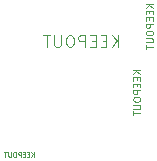
<source format=gbr>
%TF.GenerationSoftware,KiCad,Pcbnew,8.0.1*%
%TF.CreationDate,2024-07-17T12:18:51+09:00*%
%TF.ProjectId,Avi_73J_ParaBoard_v2,4176695f-3733-44a5-9f50-617261426f61,rev?*%
%TF.SameCoordinates,Original*%
%TF.FileFunction,Other,Comment*%
%FSLAX46Y46*%
G04 Gerber Fmt 4.6, Leading zero omitted, Abs format (unit mm)*
G04 Created by KiCad (PCBNEW 8.0.1) date 2024-07-17 12:18:51*
%MOMM*%
%LPD*%
G01*
G04 APERTURE LIST*
%ADD10C,0.090000*%
%ADD11C,0.060000*%
%ADD12C,0.100000*%
G04 APERTURE END LIST*
D10*
X168272891Y-117842858D02*
X167672891Y-117842858D01*
X168272891Y-118185715D02*
X167930034Y-117928572D01*
X167672891Y-118185715D02*
X168015748Y-117842858D01*
X167958605Y-118442858D02*
X167958605Y-118642858D01*
X168272891Y-118728572D02*
X168272891Y-118442858D01*
X168272891Y-118442858D02*
X167672891Y-118442858D01*
X167672891Y-118442858D02*
X167672891Y-118728572D01*
X167958605Y-118985715D02*
X167958605Y-119185715D01*
X168272891Y-119271429D02*
X168272891Y-118985715D01*
X168272891Y-118985715D02*
X167672891Y-118985715D01*
X167672891Y-118985715D02*
X167672891Y-119271429D01*
X168272891Y-119528572D02*
X167672891Y-119528572D01*
X167672891Y-119528572D02*
X167672891Y-119757143D01*
X167672891Y-119757143D02*
X167701462Y-119814286D01*
X167701462Y-119814286D02*
X167730034Y-119842857D01*
X167730034Y-119842857D02*
X167787177Y-119871429D01*
X167787177Y-119871429D02*
X167872891Y-119871429D01*
X167872891Y-119871429D02*
X167930034Y-119842857D01*
X167930034Y-119842857D02*
X167958605Y-119814286D01*
X167958605Y-119814286D02*
X167987177Y-119757143D01*
X167987177Y-119757143D02*
X167987177Y-119528572D01*
X167672891Y-120242857D02*
X167672891Y-120357143D01*
X167672891Y-120357143D02*
X167701462Y-120414286D01*
X167701462Y-120414286D02*
X167758605Y-120471429D01*
X167758605Y-120471429D02*
X167872891Y-120500000D01*
X167872891Y-120500000D02*
X168072891Y-120500000D01*
X168072891Y-120500000D02*
X168187177Y-120471429D01*
X168187177Y-120471429D02*
X168244320Y-120414286D01*
X168244320Y-120414286D02*
X168272891Y-120357143D01*
X168272891Y-120357143D02*
X168272891Y-120242857D01*
X168272891Y-120242857D02*
X168244320Y-120185715D01*
X168244320Y-120185715D02*
X168187177Y-120128572D01*
X168187177Y-120128572D02*
X168072891Y-120100000D01*
X168072891Y-120100000D02*
X167872891Y-120100000D01*
X167872891Y-120100000D02*
X167758605Y-120128572D01*
X167758605Y-120128572D02*
X167701462Y-120185715D01*
X167701462Y-120185715D02*
X167672891Y-120242857D01*
X167672891Y-120757143D02*
X168158605Y-120757143D01*
X168158605Y-120757143D02*
X168215748Y-120785714D01*
X168215748Y-120785714D02*
X168244320Y-120814286D01*
X168244320Y-120814286D02*
X168272891Y-120871428D01*
X168272891Y-120871428D02*
X168272891Y-120985714D01*
X168272891Y-120985714D02*
X168244320Y-121042857D01*
X168244320Y-121042857D02*
X168215748Y-121071428D01*
X168215748Y-121071428D02*
X168158605Y-121100000D01*
X168158605Y-121100000D02*
X167672891Y-121100000D01*
X167672891Y-121299999D02*
X167672891Y-121642857D01*
X168272891Y-121471428D02*
X167672891Y-121471428D01*
D11*
X159263095Y-125156927D02*
X159263095Y-124756927D01*
X159034524Y-125156927D02*
X159205953Y-124928356D01*
X159034524Y-124756927D02*
X159263095Y-124985499D01*
X158863095Y-124947403D02*
X158729762Y-124947403D01*
X158672619Y-125156927D02*
X158863095Y-125156927D01*
X158863095Y-125156927D02*
X158863095Y-124756927D01*
X158863095Y-124756927D02*
X158672619Y-124756927D01*
X158501190Y-124947403D02*
X158367857Y-124947403D01*
X158310714Y-125156927D02*
X158501190Y-125156927D01*
X158501190Y-125156927D02*
X158501190Y-124756927D01*
X158501190Y-124756927D02*
X158310714Y-124756927D01*
X158139285Y-125156927D02*
X158139285Y-124756927D01*
X158139285Y-124756927D02*
X157986904Y-124756927D01*
X157986904Y-124756927D02*
X157948809Y-124775975D01*
X157948809Y-124775975D02*
X157929762Y-124795022D01*
X157929762Y-124795022D02*
X157910714Y-124833118D01*
X157910714Y-124833118D02*
X157910714Y-124890260D01*
X157910714Y-124890260D02*
X157929762Y-124928356D01*
X157929762Y-124928356D02*
X157948809Y-124947403D01*
X157948809Y-124947403D02*
X157986904Y-124966451D01*
X157986904Y-124966451D02*
X158139285Y-124966451D01*
X157663095Y-124756927D02*
X157586904Y-124756927D01*
X157586904Y-124756927D02*
X157548809Y-124775975D01*
X157548809Y-124775975D02*
X157510714Y-124814070D01*
X157510714Y-124814070D02*
X157491666Y-124890260D01*
X157491666Y-124890260D02*
X157491666Y-125023594D01*
X157491666Y-125023594D02*
X157510714Y-125099784D01*
X157510714Y-125099784D02*
X157548809Y-125137880D01*
X157548809Y-125137880D02*
X157586904Y-125156927D01*
X157586904Y-125156927D02*
X157663095Y-125156927D01*
X157663095Y-125156927D02*
X157701190Y-125137880D01*
X157701190Y-125137880D02*
X157739285Y-125099784D01*
X157739285Y-125099784D02*
X157758333Y-125023594D01*
X157758333Y-125023594D02*
X157758333Y-124890260D01*
X157758333Y-124890260D02*
X157739285Y-124814070D01*
X157739285Y-124814070D02*
X157701190Y-124775975D01*
X157701190Y-124775975D02*
X157663095Y-124756927D01*
X157320237Y-124756927D02*
X157320237Y-125080737D01*
X157320237Y-125080737D02*
X157301190Y-125118832D01*
X157301190Y-125118832D02*
X157282142Y-125137880D01*
X157282142Y-125137880D02*
X157244047Y-125156927D01*
X157244047Y-125156927D02*
X157167856Y-125156927D01*
X157167856Y-125156927D02*
X157129761Y-125137880D01*
X157129761Y-125137880D02*
X157110714Y-125118832D01*
X157110714Y-125118832D02*
X157091666Y-125080737D01*
X157091666Y-125080737D02*
X157091666Y-124756927D01*
X156958332Y-124756927D02*
X156729761Y-124756927D01*
X156844047Y-125156927D02*
X156844047Y-124756927D01*
D10*
X169347891Y-112217858D02*
X168747891Y-112217858D01*
X169347891Y-112560715D02*
X169005034Y-112303572D01*
X168747891Y-112560715D02*
X169090748Y-112217858D01*
X169033605Y-112817858D02*
X169033605Y-113017858D01*
X169347891Y-113103572D02*
X169347891Y-112817858D01*
X169347891Y-112817858D02*
X168747891Y-112817858D01*
X168747891Y-112817858D02*
X168747891Y-113103572D01*
X169033605Y-113360715D02*
X169033605Y-113560715D01*
X169347891Y-113646429D02*
X169347891Y-113360715D01*
X169347891Y-113360715D02*
X168747891Y-113360715D01*
X168747891Y-113360715D02*
X168747891Y-113646429D01*
X169347891Y-113903572D02*
X168747891Y-113903572D01*
X168747891Y-113903572D02*
X168747891Y-114132143D01*
X168747891Y-114132143D02*
X168776462Y-114189286D01*
X168776462Y-114189286D02*
X168805034Y-114217857D01*
X168805034Y-114217857D02*
X168862177Y-114246429D01*
X168862177Y-114246429D02*
X168947891Y-114246429D01*
X168947891Y-114246429D02*
X169005034Y-114217857D01*
X169005034Y-114217857D02*
X169033605Y-114189286D01*
X169033605Y-114189286D02*
X169062177Y-114132143D01*
X169062177Y-114132143D02*
X169062177Y-113903572D01*
X168747891Y-114617857D02*
X168747891Y-114732143D01*
X168747891Y-114732143D02*
X168776462Y-114789286D01*
X168776462Y-114789286D02*
X168833605Y-114846429D01*
X168833605Y-114846429D02*
X168947891Y-114875000D01*
X168947891Y-114875000D02*
X169147891Y-114875000D01*
X169147891Y-114875000D02*
X169262177Y-114846429D01*
X169262177Y-114846429D02*
X169319320Y-114789286D01*
X169319320Y-114789286D02*
X169347891Y-114732143D01*
X169347891Y-114732143D02*
X169347891Y-114617857D01*
X169347891Y-114617857D02*
X169319320Y-114560715D01*
X169319320Y-114560715D02*
X169262177Y-114503572D01*
X169262177Y-114503572D02*
X169147891Y-114475000D01*
X169147891Y-114475000D02*
X168947891Y-114475000D01*
X168947891Y-114475000D02*
X168833605Y-114503572D01*
X168833605Y-114503572D02*
X168776462Y-114560715D01*
X168776462Y-114560715D02*
X168747891Y-114617857D01*
X168747891Y-115132143D02*
X169233605Y-115132143D01*
X169233605Y-115132143D02*
X169290748Y-115160714D01*
X169290748Y-115160714D02*
X169319320Y-115189286D01*
X169319320Y-115189286D02*
X169347891Y-115246428D01*
X169347891Y-115246428D02*
X169347891Y-115360714D01*
X169347891Y-115360714D02*
X169319320Y-115417857D01*
X169319320Y-115417857D02*
X169290748Y-115446428D01*
X169290748Y-115446428D02*
X169233605Y-115475000D01*
X169233605Y-115475000D02*
X168747891Y-115475000D01*
X168747891Y-115674999D02*
X168747891Y-116017857D01*
X169347891Y-115846428D02*
X168747891Y-115846428D01*
D12*
X166395237Y-115857419D02*
X166395237Y-114857419D01*
X165823809Y-115857419D02*
X166252380Y-115285990D01*
X165823809Y-114857419D02*
X166395237Y-115428847D01*
X165395237Y-115333609D02*
X165061904Y-115333609D01*
X164919047Y-115857419D02*
X165395237Y-115857419D01*
X165395237Y-115857419D02*
X165395237Y-114857419D01*
X165395237Y-114857419D02*
X164919047Y-114857419D01*
X164490475Y-115333609D02*
X164157142Y-115333609D01*
X164014285Y-115857419D02*
X164490475Y-115857419D01*
X164490475Y-115857419D02*
X164490475Y-114857419D01*
X164490475Y-114857419D02*
X164014285Y-114857419D01*
X163585713Y-115857419D02*
X163585713Y-114857419D01*
X163585713Y-114857419D02*
X163204761Y-114857419D01*
X163204761Y-114857419D02*
X163109523Y-114905038D01*
X163109523Y-114905038D02*
X163061904Y-114952657D01*
X163061904Y-114952657D02*
X163014285Y-115047895D01*
X163014285Y-115047895D02*
X163014285Y-115190752D01*
X163014285Y-115190752D02*
X163061904Y-115285990D01*
X163061904Y-115285990D02*
X163109523Y-115333609D01*
X163109523Y-115333609D02*
X163204761Y-115381228D01*
X163204761Y-115381228D02*
X163585713Y-115381228D01*
X162395237Y-114857419D02*
X162204761Y-114857419D01*
X162204761Y-114857419D02*
X162109523Y-114905038D01*
X162109523Y-114905038D02*
X162014285Y-115000276D01*
X162014285Y-115000276D02*
X161966666Y-115190752D01*
X161966666Y-115190752D02*
X161966666Y-115524085D01*
X161966666Y-115524085D02*
X162014285Y-115714561D01*
X162014285Y-115714561D02*
X162109523Y-115809800D01*
X162109523Y-115809800D02*
X162204761Y-115857419D01*
X162204761Y-115857419D02*
X162395237Y-115857419D01*
X162395237Y-115857419D02*
X162490475Y-115809800D01*
X162490475Y-115809800D02*
X162585713Y-115714561D01*
X162585713Y-115714561D02*
X162633332Y-115524085D01*
X162633332Y-115524085D02*
X162633332Y-115190752D01*
X162633332Y-115190752D02*
X162585713Y-115000276D01*
X162585713Y-115000276D02*
X162490475Y-114905038D01*
X162490475Y-114905038D02*
X162395237Y-114857419D01*
X161538094Y-114857419D02*
X161538094Y-115666942D01*
X161538094Y-115666942D02*
X161490475Y-115762180D01*
X161490475Y-115762180D02*
X161442856Y-115809800D01*
X161442856Y-115809800D02*
X161347618Y-115857419D01*
X161347618Y-115857419D02*
X161157142Y-115857419D01*
X161157142Y-115857419D02*
X161061904Y-115809800D01*
X161061904Y-115809800D02*
X161014285Y-115762180D01*
X161014285Y-115762180D02*
X160966666Y-115666942D01*
X160966666Y-115666942D02*
X160966666Y-114857419D01*
X160633332Y-114857419D02*
X160061904Y-114857419D01*
X160347618Y-115857419D02*
X160347618Y-114857419D01*
M02*

</source>
